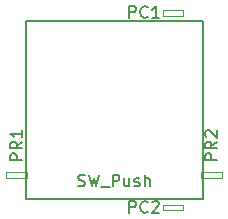
<source format=gbr>
%TF.GenerationSoftware,KiCad,Pcbnew,9.0.5*%
%TF.CreationDate,2025-10-09T16:36:40+08:00*%
%TF.ProjectId,snowshoe-mx,736e6f77-7368-46f6-952d-6d782e6b6963,rev?*%
%TF.SameCoordinates,Original*%
%TF.FileFunction,AssemblyDrawing,Top*%
%FSLAX46Y46*%
G04 Gerber Fmt 4.6, Leading zero omitted, Abs format (unit mm)*
G04 Created by KiCad (PCBNEW 9.0.5) date 2025-10-09 16:36:40*
%MOMM*%
%LPD*%
G01*
G04 APERTURE LIST*
%ADD10C,0.150000*%
%ADD11C,0.120000*%
G04 APERTURE END LIST*
D10*
X97204819Y-69238094D02*
X96204819Y-69238094D01*
X96204819Y-69238094D02*
X96204819Y-68857142D01*
X96204819Y-68857142D02*
X96252438Y-68761904D01*
X96252438Y-68761904D02*
X96300057Y-68714285D01*
X96300057Y-68714285D02*
X96395295Y-68666666D01*
X96395295Y-68666666D02*
X96538152Y-68666666D01*
X96538152Y-68666666D02*
X96633390Y-68714285D01*
X96633390Y-68714285D02*
X96681009Y-68761904D01*
X96681009Y-68761904D02*
X96728628Y-68857142D01*
X96728628Y-68857142D02*
X96728628Y-69238094D01*
X97204819Y-67666666D02*
X96728628Y-67999999D01*
X97204819Y-68238094D02*
X96204819Y-68238094D01*
X96204819Y-68238094D02*
X96204819Y-67857142D01*
X96204819Y-67857142D02*
X96252438Y-67761904D01*
X96252438Y-67761904D02*
X96300057Y-67714285D01*
X96300057Y-67714285D02*
X96395295Y-67666666D01*
X96395295Y-67666666D02*
X96538152Y-67666666D01*
X96538152Y-67666666D02*
X96633390Y-67714285D01*
X96633390Y-67714285D02*
X96681009Y-67761904D01*
X96681009Y-67761904D02*
X96728628Y-67857142D01*
X96728628Y-67857142D02*
X96728628Y-68238094D01*
X97204819Y-66714285D02*
X97204819Y-67285713D01*
X97204819Y-66999999D02*
X96204819Y-66999999D01*
X96204819Y-66999999D02*
X96347676Y-67095237D01*
X96347676Y-67095237D02*
X96442914Y-67190475D01*
X96442914Y-67190475D02*
X96490533Y-67285713D01*
X106261905Y-73704819D02*
X106261905Y-72704819D01*
X106261905Y-72704819D02*
X106642857Y-72704819D01*
X106642857Y-72704819D02*
X106738095Y-72752438D01*
X106738095Y-72752438D02*
X106785714Y-72800057D01*
X106785714Y-72800057D02*
X106833333Y-72895295D01*
X106833333Y-72895295D02*
X106833333Y-73038152D01*
X106833333Y-73038152D02*
X106785714Y-73133390D01*
X106785714Y-73133390D02*
X106738095Y-73181009D01*
X106738095Y-73181009D02*
X106642857Y-73228628D01*
X106642857Y-73228628D02*
X106261905Y-73228628D01*
X107833333Y-73609580D02*
X107785714Y-73657200D01*
X107785714Y-73657200D02*
X107642857Y-73704819D01*
X107642857Y-73704819D02*
X107547619Y-73704819D01*
X107547619Y-73704819D02*
X107404762Y-73657200D01*
X107404762Y-73657200D02*
X107309524Y-73561961D01*
X107309524Y-73561961D02*
X107261905Y-73466723D01*
X107261905Y-73466723D02*
X107214286Y-73276247D01*
X107214286Y-73276247D02*
X107214286Y-73133390D01*
X107214286Y-73133390D02*
X107261905Y-72942914D01*
X107261905Y-72942914D02*
X107309524Y-72847676D01*
X107309524Y-72847676D02*
X107404762Y-72752438D01*
X107404762Y-72752438D02*
X107547619Y-72704819D01*
X107547619Y-72704819D02*
X107642857Y-72704819D01*
X107642857Y-72704819D02*
X107785714Y-72752438D01*
X107785714Y-72752438D02*
X107833333Y-72800057D01*
X108214286Y-72800057D02*
X108261905Y-72752438D01*
X108261905Y-72752438D02*
X108357143Y-72704819D01*
X108357143Y-72704819D02*
X108595238Y-72704819D01*
X108595238Y-72704819D02*
X108690476Y-72752438D01*
X108690476Y-72752438D02*
X108738095Y-72800057D01*
X108738095Y-72800057D02*
X108785714Y-72895295D01*
X108785714Y-72895295D02*
X108785714Y-72990533D01*
X108785714Y-72990533D02*
X108738095Y-73133390D01*
X108738095Y-73133390D02*
X108166667Y-73704819D01*
X108166667Y-73704819D02*
X108785714Y-73704819D01*
X101952381Y-71407200D02*
X102095238Y-71454819D01*
X102095238Y-71454819D02*
X102333333Y-71454819D01*
X102333333Y-71454819D02*
X102428571Y-71407200D01*
X102428571Y-71407200D02*
X102476190Y-71359580D01*
X102476190Y-71359580D02*
X102523809Y-71264342D01*
X102523809Y-71264342D02*
X102523809Y-71169104D01*
X102523809Y-71169104D02*
X102476190Y-71073866D01*
X102476190Y-71073866D02*
X102428571Y-71026247D01*
X102428571Y-71026247D02*
X102333333Y-70978628D01*
X102333333Y-70978628D02*
X102142857Y-70931009D01*
X102142857Y-70931009D02*
X102047619Y-70883390D01*
X102047619Y-70883390D02*
X102000000Y-70835771D01*
X102000000Y-70835771D02*
X101952381Y-70740533D01*
X101952381Y-70740533D02*
X101952381Y-70645295D01*
X101952381Y-70645295D02*
X102000000Y-70550057D01*
X102000000Y-70550057D02*
X102047619Y-70502438D01*
X102047619Y-70502438D02*
X102142857Y-70454819D01*
X102142857Y-70454819D02*
X102380952Y-70454819D01*
X102380952Y-70454819D02*
X102523809Y-70502438D01*
X102857143Y-70454819D02*
X103095238Y-71454819D01*
X103095238Y-71454819D02*
X103285714Y-70740533D01*
X103285714Y-70740533D02*
X103476190Y-71454819D01*
X103476190Y-71454819D02*
X103714286Y-70454819D01*
X103857143Y-71550057D02*
X104619047Y-71550057D01*
X104857143Y-71454819D02*
X104857143Y-70454819D01*
X104857143Y-70454819D02*
X105238095Y-70454819D01*
X105238095Y-70454819D02*
X105333333Y-70502438D01*
X105333333Y-70502438D02*
X105380952Y-70550057D01*
X105380952Y-70550057D02*
X105428571Y-70645295D01*
X105428571Y-70645295D02*
X105428571Y-70788152D01*
X105428571Y-70788152D02*
X105380952Y-70883390D01*
X105380952Y-70883390D02*
X105333333Y-70931009D01*
X105333333Y-70931009D02*
X105238095Y-70978628D01*
X105238095Y-70978628D02*
X104857143Y-70978628D01*
X106285714Y-70788152D02*
X106285714Y-71454819D01*
X105857143Y-70788152D02*
X105857143Y-71311961D01*
X105857143Y-71311961D02*
X105904762Y-71407200D01*
X105904762Y-71407200D02*
X106000000Y-71454819D01*
X106000000Y-71454819D02*
X106142857Y-71454819D01*
X106142857Y-71454819D02*
X106238095Y-71407200D01*
X106238095Y-71407200D02*
X106285714Y-71359580D01*
X106714286Y-71407200D02*
X106809524Y-71454819D01*
X106809524Y-71454819D02*
X107000000Y-71454819D01*
X107000000Y-71454819D02*
X107095238Y-71407200D01*
X107095238Y-71407200D02*
X107142857Y-71311961D01*
X107142857Y-71311961D02*
X107142857Y-71264342D01*
X107142857Y-71264342D02*
X107095238Y-71169104D01*
X107095238Y-71169104D02*
X107000000Y-71121485D01*
X107000000Y-71121485D02*
X106857143Y-71121485D01*
X106857143Y-71121485D02*
X106761905Y-71073866D01*
X106761905Y-71073866D02*
X106714286Y-70978628D01*
X106714286Y-70978628D02*
X106714286Y-70931009D01*
X106714286Y-70931009D02*
X106761905Y-70835771D01*
X106761905Y-70835771D02*
X106857143Y-70788152D01*
X106857143Y-70788152D02*
X107000000Y-70788152D01*
X107000000Y-70788152D02*
X107095238Y-70835771D01*
X107571429Y-71454819D02*
X107571429Y-70454819D01*
X108000000Y-71454819D02*
X108000000Y-70931009D01*
X108000000Y-70931009D02*
X107952381Y-70835771D01*
X107952381Y-70835771D02*
X107857143Y-70788152D01*
X107857143Y-70788152D02*
X107714286Y-70788152D01*
X107714286Y-70788152D02*
X107619048Y-70835771D01*
X107619048Y-70835771D02*
X107571429Y-70883390D01*
X106261905Y-57204819D02*
X106261905Y-56204819D01*
X106261905Y-56204819D02*
X106642857Y-56204819D01*
X106642857Y-56204819D02*
X106738095Y-56252438D01*
X106738095Y-56252438D02*
X106785714Y-56300057D01*
X106785714Y-56300057D02*
X106833333Y-56395295D01*
X106833333Y-56395295D02*
X106833333Y-56538152D01*
X106833333Y-56538152D02*
X106785714Y-56633390D01*
X106785714Y-56633390D02*
X106738095Y-56681009D01*
X106738095Y-56681009D02*
X106642857Y-56728628D01*
X106642857Y-56728628D02*
X106261905Y-56728628D01*
X107833333Y-57109580D02*
X107785714Y-57157200D01*
X107785714Y-57157200D02*
X107642857Y-57204819D01*
X107642857Y-57204819D02*
X107547619Y-57204819D01*
X107547619Y-57204819D02*
X107404762Y-57157200D01*
X107404762Y-57157200D02*
X107309524Y-57061961D01*
X107309524Y-57061961D02*
X107261905Y-56966723D01*
X107261905Y-56966723D02*
X107214286Y-56776247D01*
X107214286Y-56776247D02*
X107214286Y-56633390D01*
X107214286Y-56633390D02*
X107261905Y-56442914D01*
X107261905Y-56442914D02*
X107309524Y-56347676D01*
X107309524Y-56347676D02*
X107404762Y-56252438D01*
X107404762Y-56252438D02*
X107547619Y-56204819D01*
X107547619Y-56204819D02*
X107642857Y-56204819D01*
X107642857Y-56204819D02*
X107785714Y-56252438D01*
X107785714Y-56252438D02*
X107833333Y-56300057D01*
X108785714Y-57204819D02*
X108214286Y-57204819D01*
X108500000Y-57204819D02*
X108500000Y-56204819D01*
X108500000Y-56204819D02*
X108404762Y-56347676D01*
X108404762Y-56347676D02*
X108309524Y-56442914D01*
X108309524Y-56442914D02*
X108214286Y-56490533D01*
X113704819Y-69238094D02*
X112704819Y-69238094D01*
X112704819Y-69238094D02*
X112704819Y-68857142D01*
X112704819Y-68857142D02*
X112752438Y-68761904D01*
X112752438Y-68761904D02*
X112800057Y-68714285D01*
X112800057Y-68714285D02*
X112895295Y-68666666D01*
X112895295Y-68666666D02*
X113038152Y-68666666D01*
X113038152Y-68666666D02*
X113133390Y-68714285D01*
X113133390Y-68714285D02*
X113181009Y-68761904D01*
X113181009Y-68761904D02*
X113228628Y-68857142D01*
X113228628Y-68857142D02*
X113228628Y-69238094D01*
X113704819Y-67666666D02*
X113228628Y-67999999D01*
X113704819Y-68238094D02*
X112704819Y-68238094D01*
X112704819Y-68238094D02*
X112704819Y-67857142D01*
X112704819Y-67857142D02*
X112752438Y-67761904D01*
X112752438Y-67761904D02*
X112800057Y-67714285D01*
X112800057Y-67714285D02*
X112895295Y-67666666D01*
X112895295Y-67666666D02*
X113038152Y-67666666D01*
X113038152Y-67666666D02*
X113133390Y-67714285D01*
X113133390Y-67714285D02*
X113181009Y-67761904D01*
X113181009Y-67761904D02*
X113228628Y-67857142D01*
X113228628Y-67857142D02*
X113228628Y-68238094D01*
X112800057Y-67285713D02*
X112752438Y-67238094D01*
X112752438Y-67238094D02*
X112704819Y-67142856D01*
X112704819Y-67142856D02*
X112704819Y-66904761D01*
X112704819Y-66904761D02*
X112752438Y-66809523D01*
X112752438Y-66809523D02*
X112800057Y-66761904D01*
X112800057Y-66761904D02*
X112895295Y-66714285D01*
X112895295Y-66714285D02*
X112990533Y-66714285D01*
X112990533Y-66714285D02*
X113133390Y-66761904D01*
X113133390Y-66761904D02*
X113704819Y-67333332D01*
X113704819Y-67333332D02*
X113704819Y-66714285D01*
D11*
%TO.C,PR1*%
X95850000Y-70250000D02*
X97600000Y-70250000D01*
X95850000Y-70750000D02*
X95850000Y-70250000D01*
X97600000Y-70250000D02*
X97600000Y-70750000D01*
X97600000Y-70750000D02*
X95850000Y-70750000D01*
%TO.C,PC2*%
X109100000Y-73000000D02*
X110850000Y-73000000D01*
X109100000Y-73500000D02*
X109100000Y-73000000D01*
X110850000Y-73000000D02*
X110850000Y-73500000D01*
X110850000Y-73500000D02*
X109100000Y-73500000D01*
D10*
%TO.C,SW1*%
X97500000Y-57500000D02*
X112500000Y-57500000D01*
X97500000Y-72500000D02*
X97500000Y-57500000D01*
X112500000Y-57500000D02*
X112500000Y-72500000D01*
X112500000Y-72500000D02*
X97500000Y-72500000D01*
D11*
%TO.C,PC1*%
X109100000Y-56500000D02*
X110850000Y-56500000D01*
X109100000Y-57000000D02*
X109100000Y-56500000D01*
X110850000Y-56500000D02*
X110850000Y-57000000D01*
X110850000Y-57000000D02*
X109100000Y-57000000D01*
%TO.C,PR2*%
X112350000Y-70250000D02*
X114100000Y-70250000D01*
X112350000Y-70750000D02*
X112350000Y-70250000D01*
X114100000Y-70250000D02*
X114100000Y-70750000D01*
X114100000Y-70750000D02*
X112350000Y-70750000D01*
%TD*%
M02*

</source>
